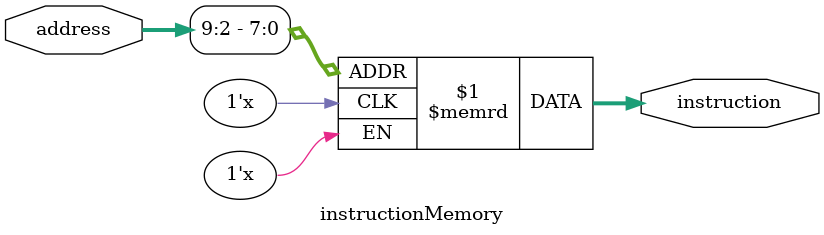
<source format=v>
module instructionMemory(
    input [31:0] address,        // Endereço da instrução
    output [31:0] instruction    // Instrução lida
);
    reg [31:0] memory [0:255];   // Memória de instruções com 256 posições de 32 bits

    // Leitura da memória de instruções
    assign instruction = memory[address[9:2]];
endmodule


</source>
